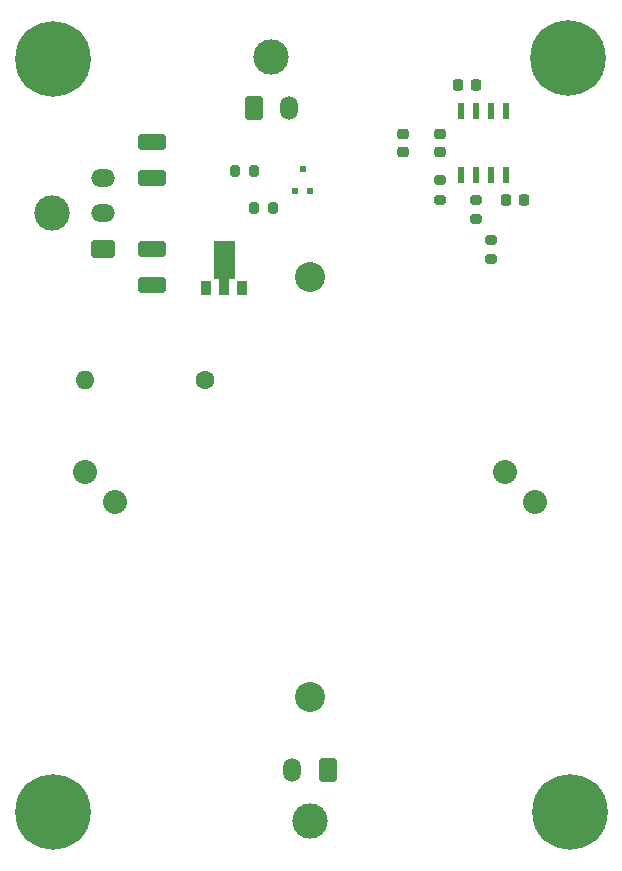
<source format=gbr>
%TF.GenerationSoftware,KiCad,Pcbnew,(6.0.11)*%
%TF.CreationDate,2023-03-01T11:44:45-05:00*%
%TF.ProjectId,DCT_HV_Widget,4443545f-4856-45f5-9769-646765742e6b,rev?*%
%TF.SameCoordinates,Original*%
%TF.FileFunction,Soldermask,Top*%
%TF.FilePolarity,Negative*%
%FSLAX46Y46*%
G04 Gerber Fmt 4.6, Leading zero omitted, Abs format (unit mm)*
G04 Created by KiCad (PCBNEW (6.0.11)) date 2023-03-01 11:44:45*
%MOMM*%
%LPD*%
G01*
G04 APERTURE LIST*
G04 Aperture macros list*
%AMRoundRect*
0 Rectangle with rounded corners*
0 $1 Rounding radius*
0 $2 $3 $4 $5 $6 $7 $8 $9 X,Y pos of 4 corners*
0 Add a 4 corners polygon primitive as box body*
4,1,4,$2,$3,$4,$5,$6,$7,$8,$9,$2,$3,0*
0 Add four circle primitives for the rounded corners*
1,1,$1+$1,$2,$3*
1,1,$1+$1,$4,$5*
1,1,$1+$1,$6,$7*
1,1,$1+$1,$8,$9*
0 Add four rect primitives between the rounded corners*
20,1,$1+$1,$2,$3,$4,$5,0*
20,1,$1+$1,$4,$5,$6,$7,0*
20,1,$1+$1,$6,$7,$8,$9,0*
20,1,$1+$1,$8,$9,$2,$3,0*%
G04 Aperture macros list end*
%ADD10C,0.040000*%
%ADD11RoundRect,0.225000X0.225000X0.250000X-0.225000X0.250000X-0.225000X-0.250000X0.225000X-0.250000X0*%
%ADD12RoundRect,0.200000X-0.200000X-0.275000X0.200000X-0.275000X0.200000X0.275000X-0.200000X0.275000X0*%
%ADD13RoundRect,0.200000X0.275000X-0.200000X0.275000X0.200000X-0.275000X0.200000X-0.275000X-0.200000X0*%
%ADD14C,6.400000*%
%ADD15RoundRect,0.250000X-0.925000X0.412500X-0.925000X-0.412500X0.925000X-0.412500X0.925000X0.412500X0*%
%ADD16R,0.533400X1.460500*%
%ADD17R,0.900000X1.300000*%
%ADD18R,1.732000X3.125000*%
%ADD19R,0.900000X1.475000*%
%ADD20RoundRect,0.225000X0.250000X-0.225000X0.250000X0.225000X-0.250000X0.225000X-0.250000X-0.225000X0*%
%ADD21RoundRect,0.200000X0.200000X0.275000X-0.200000X0.275000X-0.200000X-0.275000X0.200000X-0.275000X0*%
%ADD22C,1.600000*%
%ADD23O,1.600000X1.600000*%
%ADD24C,3.000000*%
%ADD25RoundRect,0.250001X0.499999X0.759999X-0.499999X0.759999X-0.499999X-0.759999X0.499999X-0.759999X0*%
%ADD26O,1.500000X2.020000*%
%ADD27RoundRect,0.250001X0.759999X-0.499999X0.759999X0.499999X-0.759999X0.499999X-0.759999X-0.499999X0*%
%ADD28O,2.020000X1.500000*%
%ADD29RoundRect,0.250001X-0.499999X-0.759999X0.499999X-0.759999X0.499999X0.759999X-0.499999X0.759999X0*%
%ADD30R,0.600000X0.550000*%
%ADD31RoundRect,0.200000X-0.275000X0.200000X-0.275000X-0.200000X0.275000X-0.200000X0.275000X0.200000X0*%
%ADD32C,2.032000*%
%ADD33C,2.540000*%
G04 APERTURE END LIST*
D10*
%TO.C,Q1*%
X152184000Y-89992500D02*
X153916000Y-89992500D01*
X153916000Y-89992500D02*
X153916000Y-93117500D01*
X153916000Y-93117500D02*
X152184000Y-93117500D01*
X152184000Y-93117500D02*
X152184000Y-89992500D01*
G36*
X152184000Y-89992500D02*
G01*
X153916000Y-89992500D01*
X153916000Y-93117500D01*
X152184000Y-93117500D01*
X152184000Y-89992500D01*
G37*
%TD*%
D11*
%TO.C,C4*%
X174365000Y-76800000D03*
X172815000Y-76800000D03*
%TD*%
D12*
%TO.C,R1*%
X155575000Y-87200000D03*
X157225000Y-87200000D03*
%TD*%
D13*
%TO.C,R4*%
X171300000Y-86500000D03*
X171300000Y-84850000D03*
%TD*%
D14*
%TO.C,H2*%
X182200000Y-74500000D03*
%TD*%
D15*
%TO.C,C6*%
X146950000Y-90650000D03*
X146950000Y-93725000D03*
%TD*%
D14*
%TO.C,H1*%
X138525000Y-74600000D03*
%TD*%
%TO.C,H3*%
X138525000Y-138375000D03*
%TD*%
D16*
%TO.C,U1*%
X173095000Y-84424150D03*
X174365000Y-84424150D03*
X175635000Y-84424150D03*
X176905000Y-84424150D03*
X176905000Y-78975850D03*
X175635000Y-78975850D03*
X174365000Y-78975850D03*
X173095000Y-78975850D03*
%TD*%
D17*
%TO.C,Q1*%
X154540000Y-93942500D03*
X151550000Y-93942500D03*
D18*
X153050000Y-91555000D03*
D19*
X153050000Y-93855000D03*
%TD*%
D20*
%TO.C,C1*%
X171300000Y-82475000D03*
X171300000Y-80925000D03*
%TD*%
D21*
%TO.C,R3*%
X155575000Y-84100000D03*
X153925000Y-84100000D03*
%TD*%
D14*
%TO.C,H4*%
X182300000Y-138300000D03*
%TD*%
D22*
%TO.C,R5*%
X151465000Y-101800000D03*
D23*
X141305000Y-101800000D03*
%TD*%
D24*
%TO.C,J3*%
X160325000Y-139100000D03*
D25*
X161825000Y-134780000D03*
D26*
X158825000Y-134780000D03*
%TD*%
D24*
%TO.C,J2*%
X138480000Y-87650000D03*
D27*
X142800000Y-90650000D03*
D28*
X142800000Y-87650000D03*
X142800000Y-84650000D03*
%TD*%
D26*
%TO.C,J1*%
X158550000Y-78720000D03*
D29*
X155550000Y-78720000D03*
D24*
X157050000Y-74400000D03*
%TD*%
D30*
%TO.C,D1*%
X159055000Y-85725000D03*
X160355000Y-85725000D03*
X159705000Y-83875000D03*
%TD*%
D31*
%TO.C,R6*%
X175600000Y-89875000D03*
X175600000Y-91525000D03*
%TD*%
D15*
%TO.C,C5*%
X146950000Y-81575000D03*
X146950000Y-84650000D03*
%TD*%
D13*
%TO.C,R2*%
X174365000Y-88150000D03*
X174365000Y-86500000D03*
%TD*%
D32*
%TO.C,U2*%
X141305000Y-109530000D03*
X143845000Y-112070000D03*
X176865000Y-109530000D03*
X179405000Y-112070000D03*
D33*
X160355000Y-93020000D03*
X160355000Y-128580000D03*
%TD*%
D20*
%TO.C,C2*%
X168200000Y-82475000D03*
X168200000Y-80925000D03*
%TD*%
D11*
%TO.C,C3*%
X178455000Y-86500000D03*
X176905000Y-86500000D03*
%TD*%
M02*

</source>
